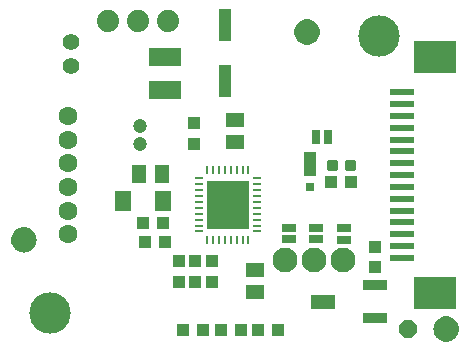
<source format=gts>
G75*
%MOIN*%
%OFA0B0*%
%FSLAX25Y25*%
%IPPOS*%
%LPD*%
%AMOC8*
5,1,8,0,0,1.08239X$1,22.5*
%
%ADD10C,0.13780*%
%ADD11R,0.04252X0.04134*%
%ADD12R,0.03937X0.11024*%
%ADD13R,0.07874X0.03543*%
%ADD14R,0.07874X0.05118*%
%ADD15R,0.03937X0.04331*%
%ADD16R,0.04134X0.04252*%
%ADD17C,0.00500*%
%ADD18R,0.07874X0.02402*%
%ADD19R,0.14173X0.10551*%
%ADD20C,0.07400*%
%ADD21C,0.06299*%
%ADD22C,0.05600*%
%ADD23R,0.03150X0.00984*%
%ADD24R,0.00984X0.03150*%
%ADD25R,0.14370X0.16339*%
%ADD26R,0.10630X0.06299*%
%ADD27R,0.04331X0.07874*%
%ADD28R,0.03150X0.03150*%
%ADD29R,0.05512X0.07087*%
%ADD30R,0.05118X0.05906*%
%ADD31C,0.04724*%
%ADD32R,0.05906X0.05118*%
%ADD33R,0.04331X0.03937*%
%ADD34C,0.00875*%
%ADD35R,0.02500X0.05000*%
%ADD36R,0.05000X0.02500*%
%ADD37OC8,0.06000*%
%ADD38C,0.08268*%
D10*
X0084052Y0087644D03*
X0193698Y0180164D03*
D11*
X0132128Y0151119D03*
X0132128Y0144229D03*
X0132513Y0105078D03*
X0137913Y0105078D03*
X0137913Y0098188D03*
X0132513Y0098188D03*
X0127013Y0098188D03*
X0127013Y0105078D03*
D12*
X0142553Y0165260D03*
X0142553Y0183764D03*
D13*
X0192516Y0097093D03*
X0192516Y0086070D03*
D14*
X0175194Y0091581D03*
D15*
X0147760Y0082233D03*
X0141067Y0082233D03*
X0134960Y0082233D03*
X0128267Y0082233D03*
D16*
X0153268Y0082233D03*
X0160158Y0082233D03*
X0122458Y0111333D03*
X0115568Y0111333D03*
X0114968Y0117833D03*
X0121858Y0117833D03*
X0177668Y0131633D03*
X0184558Y0131633D03*
D17*
X0214145Y0085843D02*
X0213583Y0085449D01*
X0213097Y0084964D01*
X0212704Y0084402D01*
X0212414Y0083780D01*
X0212236Y0083117D01*
X0212176Y0082433D01*
X0212236Y0081750D01*
X0212414Y0081087D01*
X0212704Y0080465D01*
X0213097Y0079903D01*
X0213583Y0079417D01*
X0214145Y0079024D01*
X0214767Y0078734D01*
X0215430Y0078556D01*
X0216113Y0078496D01*
X0216797Y0078556D01*
X0217460Y0078734D01*
X0218082Y0079024D01*
X0218644Y0079417D01*
X0219129Y0079903D01*
X0219523Y0080465D01*
X0219813Y0081087D01*
X0219990Y0081750D01*
X0220050Y0082433D01*
X0219990Y0083117D01*
X0219813Y0083780D01*
X0219523Y0084402D01*
X0219129Y0084964D01*
X0218644Y0085449D01*
X0218082Y0085843D01*
X0217460Y0086133D01*
X0216797Y0086311D01*
X0216113Y0086370D01*
X0215430Y0086311D01*
X0214767Y0086133D01*
X0214145Y0085843D01*
X0214089Y0085804D02*
X0218138Y0085804D01*
X0218788Y0085305D02*
X0213438Y0085305D01*
X0212987Y0084807D02*
X0219239Y0084807D01*
X0219567Y0084308D02*
X0212660Y0084308D01*
X0212427Y0083810D02*
X0219799Y0083810D01*
X0219938Y0083311D02*
X0212288Y0083311D01*
X0212209Y0082812D02*
X0220017Y0082812D01*
X0220040Y0082314D02*
X0212187Y0082314D01*
X0212230Y0081815D02*
X0219996Y0081815D01*
X0219874Y0081317D02*
X0212352Y0081317D01*
X0212539Y0080818D02*
X0219688Y0080818D01*
X0219421Y0080320D02*
X0212805Y0080320D01*
X0213179Y0079821D02*
X0219048Y0079821D01*
X0218509Y0079323D02*
X0213718Y0079323D01*
X0214572Y0078824D02*
X0217654Y0078824D01*
X0216828Y0086302D02*
X0215398Y0086302D01*
X0171682Y0178024D02*
X0172244Y0178417D01*
X0172729Y0178903D01*
X0173123Y0179465D01*
X0173413Y0180087D01*
X0173590Y0180750D01*
X0173650Y0181433D01*
X0173590Y0182117D01*
X0173413Y0182780D01*
X0173123Y0183402D01*
X0172729Y0183964D01*
X0172244Y0184449D01*
X0171682Y0184843D01*
X0171060Y0185133D01*
X0170397Y0185311D01*
X0169713Y0185370D01*
X0169030Y0185311D01*
X0168367Y0185133D01*
X0167745Y0184843D01*
X0167183Y0184449D01*
X0166697Y0183964D01*
X0166304Y0183402D01*
X0166014Y0182780D01*
X0165836Y0182117D01*
X0165776Y0181433D01*
X0165836Y0180750D01*
X0166014Y0180087D01*
X0166304Y0179465D01*
X0166697Y0178903D01*
X0167183Y0178417D01*
X0167745Y0178024D01*
X0168367Y0177734D01*
X0169030Y0177556D01*
X0169713Y0177496D01*
X0170397Y0177556D01*
X0171060Y0177734D01*
X0171682Y0178024D01*
X0171688Y0178028D02*
X0167739Y0178028D01*
X0167073Y0178527D02*
X0172353Y0178527D01*
X0172815Y0179025D02*
X0166612Y0179025D01*
X0166276Y0179524D02*
X0173150Y0179524D01*
X0173383Y0180022D02*
X0166044Y0180022D01*
X0165897Y0180521D02*
X0173529Y0180521D01*
X0173614Y0181019D02*
X0165812Y0181019D01*
X0165784Y0181518D02*
X0173643Y0181518D01*
X0173599Y0182016D02*
X0165827Y0182016D01*
X0165943Y0182515D02*
X0173484Y0182515D01*
X0173304Y0183013D02*
X0166123Y0183013D01*
X0166381Y0183512D02*
X0173046Y0183512D01*
X0172683Y0184010D02*
X0166744Y0184010D01*
X0167268Y0184509D02*
X0172159Y0184509D01*
X0171329Y0185007D02*
X0168097Y0185007D01*
X0169332Y0177530D02*
X0170094Y0177530D01*
X0078723Y0114202D02*
X0079013Y0113580D01*
X0079190Y0112917D01*
X0079250Y0112233D01*
X0079190Y0111550D01*
X0079013Y0110887D01*
X0078723Y0110265D01*
X0078329Y0109703D01*
X0077844Y0109217D01*
X0077282Y0108824D01*
X0076660Y0108534D01*
X0075997Y0108356D01*
X0075313Y0108296D01*
X0074630Y0108356D01*
X0073967Y0108534D01*
X0073345Y0108824D01*
X0072783Y0109217D01*
X0072297Y0109703D01*
X0071904Y0110265D01*
X0071614Y0110887D01*
X0071436Y0111550D01*
X0071376Y0112233D01*
X0071436Y0112917D01*
X0071614Y0113580D01*
X0071904Y0114202D01*
X0072297Y0114764D01*
X0072783Y0115249D01*
X0073345Y0115643D01*
X0073967Y0115933D01*
X0074630Y0116111D01*
X0075313Y0116170D01*
X0075997Y0116111D01*
X0076660Y0115933D01*
X0077282Y0115643D01*
X0077844Y0115249D01*
X0078329Y0114764D01*
X0078723Y0114202D01*
X0078711Y0114219D02*
X0071916Y0114219D01*
X0071679Y0113720D02*
X0078947Y0113720D01*
X0079109Y0113222D02*
X0071518Y0113222D01*
X0071419Y0112723D02*
X0079207Y0112723D01*
X0079249Y0112225D02*
X0071377Y0112225D01*
X0071421Y0111726D02*
X0079206Y0111726D01*
X0079104Y0111228D02*
X0071522Y0111228D01*
X0071687Y0110729D02*
X0078939Y0110729D01*
X0078699Y0110231D02*
X0071928Y0110231D01*
X0072277Y0109732D02*
X0078350Y0109732D01*
X0077860Y0109234D02*
X0072766Y0109234D01*
X0073535Y0108735D02*
X0077092Y0108735D01*
X0078362Y0114717D02*
X0072265Y0114717D01*
X0072749Y0115216D02*
X0077877Y0115216D01*
X0077129Y0115714D02*
X0073498Y0115714D01*
D18*
X0201364Y0114079D03*
X0201364Y0110142D03*
X0201364Y0106205D03*
X0201364Y0118016D03*
X0201364Y0121953D03*
X0201364Y0125890D03*
X0201364Y0129827D03*
X0201364Y0133764D03*
X0201364Y0137701D03*
X0201364Y0141638D03*
X0201364Y0145575D03*
X0201364Y0149512D03*
X0201364Y0153449D03*
X0201364Y0157386D03*
X0201364Y0161323D03*
D19*
X0212387Y0173173D03*
X0212387Y0094433D03*
D20*
X0123513Y0185033D03*
X0113513Y0185033D03*
X0103513Y0185033D03*
D21*
X0089913Y0153581D03*
X0089913Y0145581D03*
X0089913Y0137707D03*
X0089913Y0129833D03*
X0089913Y0121959D03*
X0089913Y0114085D03*
D22*
X0091113Y0170296D03*
X0091113Y0178170D03*
D23*
X0133668Y0132692D03*
X0133668Y0130723D03*
X0133668Y0128755D03*
X0133668Y0126786D03*
X0133668Y0124818D03*
X0133668Y0122849D03*
X0133668Y0120881D03*
X0133668Y0118912D03*
X0133668Y0116944D03*
X0133668Y0114975D03*
X0152959Y0114975D03*
X0152959Y0116944D03*
X0152959Y0118912D03*
X0152959Y0120881D03*
X0152959Y0122849D03*
X0152959Y0124818D03*
X0152959Y0126786D03*
X0152959Y0128755D03*
X0152959Y0130723D03*
X0152959Y0132692D03*
D24*
X0150203Y0135448D03*
X0148235Y0135448D03*
X0146266Y0135448D03*
X0144298Y0135448D03*
X0142329Y0135448D03*
X0140360Y0135448D03*
X0138392Y0135448D03*
X0136423Y0135448D03*
X0136423Y0112219D03*
X0138392Y0112219D03*
X0140360Y0112219D03*
X0142329Y0112219D03*
X0144298Y0112219D03*
X0146266Y0112219D03*
X0148235Y0112219D03*
X0150203Y0112219D03*
D25*
X0143313Y0123833D03*
D26*
X0122313Y0162122D03*
X0122313Y0173145D03*
D27*
X0170613Y0137386D03*
D28*
X0170613Y0129906D03*
D29*
X0121806Y0125033D03*
X0108420Y0125033D03*
D30*
X0113773Y0134033D03*
X0121253Y0134033D03*
D31*
X0113913Y0144233D03*
X0113913Y0150233D03*
D32*
X0145713Y0152173D03*
X0145713Y0144693D03*
X0152313Y0102273D03*
X0152313Y0094793D03*
D33*
X0192513Y0103087D03*
X0192513Y0109780D03*
D34*
X0185426Y0135720D02*
X0182800Y0135720D01*
X0182800Y0138346D01*
X0185426Y0138346D01*
X0185426Y0135720D01*
X0185426Y0136594D02*
X0182800Y0136594D01*
X0182800Y0137468D02*
X0185426Y0137468D01*
X0185426Y0138342D02*
X0182800Y0138342D01*
X0179426Y0135720D02*
X0176800Y0135720D01*
X0176800Y0138346D01*
X0179426Y0138346D01*
X0179426Y0135720D01*
X0179426Y0136594D02*
X0176800Y0136594D01*
X0176800Y0137468D02*
X0179426Y0137468D01*
X0179426Y0138342D02*
X0176800Y0138342D01*
D35*
X0176813Y0146533D03*
X0172813Y0146533D03*
D36*
X0172813Y0116005D03*
X0172813Y0112462D03*
X0182013Y0112133D03*
X0182013Y0116133D03*
X0163713Y0116005D03*
X0163713Y0112462D03*
D37*
X0203313Y0082433D03*
D38*
X0181713Y0105633D03*
X0172013Y0105633D03*
X0162513Y0105633D03*
M02*

</source>
